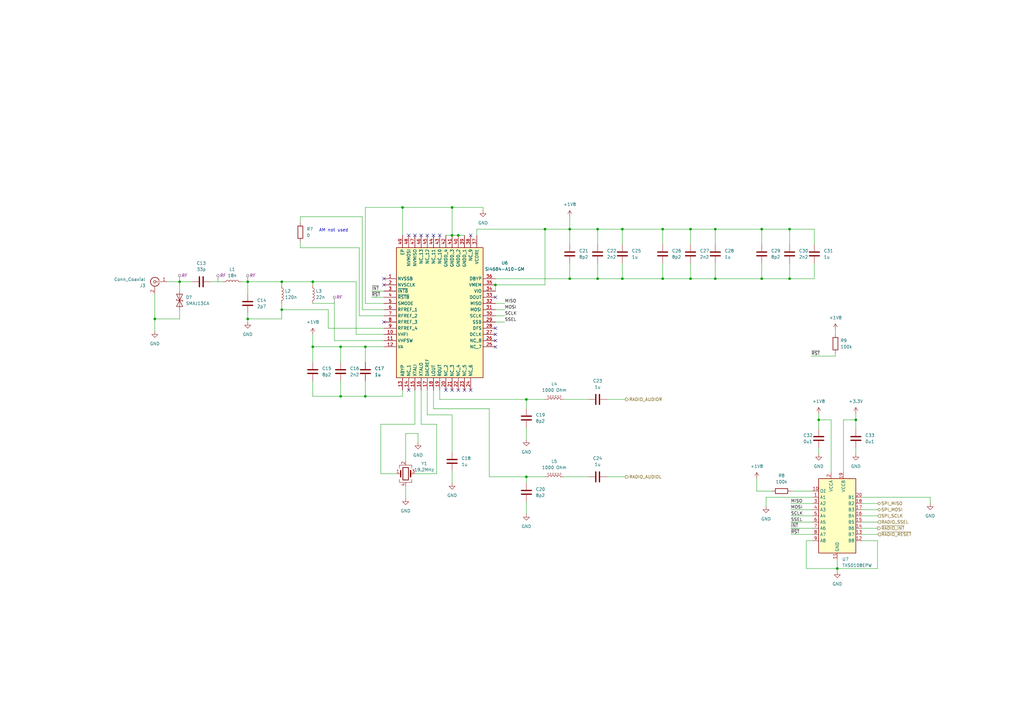
<source format=kicad_sch>
(kicad_sch (version 20230121) (generator eeschema)
  (paper "A3")
  (lib_symbols
    (symbol "Connector:Conn_Coaxial" (pin_names (offset 1.016) hide)
      (property "Reference" "J" (at 0.254 3.048 0))
      (property "Value" "Conn_Coaxial" (at 2.921 0 90))
      (symbol "Conn_Coaxial_0_1"
        (arc (start -1.778 -0.508) (mid 0.2311 -1.8066) (end 1.778 0) (stroke (width 0.254)))
        (polyline (pts (xy -2.54 0) (xy -0.508 0)))
        (polyline (pts (xy 0 -2.54) (xy 0 -1.778)))
        (circle (center 0 0) (radius 0.508) (stroke (width 0.2032)))
        (arc (start 1.778 0) (mid 0.2099 1.8101) (end -1.778 0.508) (stroke (width 0.254)))
      )
      (symbol "Conn_Coaxial_1_1"
        (pin passive line (at -5.08 0 0) (length 2.54) (name "In") (number "1"))
        (pin passive line (at 0 -5.08 90) (length 2.54) (name "Ext") (number "2"))
      )
    )
    (symbol "Device:C" (pin_numbers hide) (pin_names (offset 0.254))
      (property "Reference" "C" (at 0.635 2.54 0))
      (property "Value" "C" (at 0.635 -2.54 0))
      (symbol "C_0_1"
        (polyline (pts (xy -2.032 -0.762) (xy 2.032 -0.762)) (stroke (width 0.508)))
        (polyline (pts (xy -2.032 0.762) (xy 2.032 0.762)) (stroke (width 0.508)))
      )
      (symbol "C_1_1"
        (pin passive line (at 0 3.81 270) (length 2.794) (name "~") (number "1"))
        (pin passive line (at 0 -3.81 90) (length 2.794) (name "~") (number "2"))
      )
    )
    (symbol "Device:Crystal_GND24" (pin_names (offset 1.016) hide)
      (property "Reference" "Y" (at 3.175 5.08 0))
      (property "Value" "Crystal_GND24" (at 3.175 3.175 0))
      (symbol "Crystal_GND24_0_1"
        (rectangle (start -1.143 2.54) (end 1.143 -2.54) (stroke (width 0.3048)))
        (polyline (pts (xy -2.54 0) (xy -2.032 0)))
        (polyline (pts (xy -2.032 -1.27) (xy -2.032 1.27)) (stroke (width 0.508)))
        (polyline (pts (xy 0 -3.81) (xy 0 -3.556)))
        (polyline (pts (xy 0 3.556) (xy 0 3.81)))
        (polyline (pts (xy 2.032 -1.27) (xy 2.032 1.27)) (stroke (width 0.508)))
        (polyline (pts (xy 2.032 0) (xy 2.54 0)))
        (polyline (pts (xy -2.54 -2.286) (xy -2.54 -3.556) (xy 2.54 -3.556) (xy 2.54 -2.286)))
        (polyline (pts (xy -2.54 2.286) (xy -2.54 3.556) (xy 2.54 3.556) (xy 2.54 2.286)))
      )
      (symbol "Crystal_GND24_1_1"
        (pin passive line (at -3.81 0 0) (length 1.27) (name "1") (number "1"))
        (pin passive line (at 0 5.08 270) (length 1.27) (name "2") (number "2"))
        (pin passive line (at 3.81 0 180) (length 1.27) (name "3") (number "3"))
        (pin passive line (at 0 -5.08 90) (length 1.27) (name "4") (number "4"))
      )
    )
    (symbol "Device:L" (pin_numbers hide) (pin_names (offset 1.016) hide)
      (property "Reference" "L" (at -1.27 0 90))
      (property "Value" "L" (at 1.905 0 90))
      (symbol "L_0_1"
        (arc (start 0 -2.54) (mid 0.6323 -1.905) (end 0 -1.27))
        (arc (start 0 -1.27) (mid 0.6323 -0.635) (end 0 0))
        (arc (start 0 0) (mid 0.6323 0.635) (end 0 1.27))
        (arc (start 0 1.27) (mid 0.6323 1.905) (end 0 2.54))
      )
      (symbol "L_1_1"
        (pin passive line (at 0 3.81 270) (length 1.27) (name "1") (number "1"))
        (pin passive line (at 0 -3.81 90) (length 1.27) (name "2") (number "2"))
      )
    )
    (symbol "Device:L_Ferrite" (pin_numbers hide) (pin_names (offset 1.016) hide)
      (property "Reference" "L" (at -1.27 0 90))
      (property "Value" "L_Ferrite" (at 2.794 0 90))
      (symbol "L_Ferrite_0_1"
        (arc (start 0 -2.54) (mid 0.6323 -1.905) (end 0 -1.27))
        (arc (start 0 -1.27) (mid 0.6323 -0.635) (end 0 0))
        (polyline (pts (xy 1.016 -2.794) (xy 1.016 -2.286)))
        (polyline (pts (xy 1.016 -1.778) (xy 1.016 -1.27)))
        (polyline (pts (xy 1.016 -0.762) (xy 1.016 -0.254)))
        (polyline (pts (xy 1.016 0.254) (xy 1.016 0.762)))
        (polyline (pts (xy 1.016 1.27) (xy 1.016 1.778)))
        (polyline (pts (xy 1.016 2.286) (xy 1.016 2.794)))
        (polyline (pts (xy 1.524 -2.286) (xy 1.524 -2.794)))
        (polyline (pts (xy 1.524 -1.27) (xy 1.524 -1.778)))
        (polyline (pts (xy 1.524 -0.254) (xy 1.524 -0.762)))
        (polyline (pts (xy 1.524 0.762) (xy 1.524 0.254)))
        (polyline (pts (xy 1.524 1.778) (xy 1.524 1.27)))
        (polyline (pts (xy 1.524 2.794) (xy 1.524 2.286)))
        (arc (start 0 0) (mid 0.6323 0.635) (end 0 1.27))
        (arc (start 0 1.27) (mid 0.6323 1.905) (end 0 2.54))
      )
      (symbol "L_Ferrite_1_1"
        (pin passive line (at 0 3.81 270) (length 1.27) (name "1") (number "1"))
        (pin passive line (at 0 -3.81 90) (length 1.27) (name "2") (number "2"))
      )
    )
    (symbol "Device:R" (pin_numbers hide) (pin_names (offset 0))
      (property "Reference" "R" (at 2.032 0 90))
      (property "Value" "R" (at 0 0 90))
      (symbol "R_0_1"
        (rectangle (start -1.016 -2.54) (end 1.016 2.54) (stroke (width 0.254)))
      )
      (symbol "R_1_1"
        (pin passive line (at 0 3.81 270) (length 1.27) (name "~") (number "1"))
        (pin passive line (at 0 -3.81 90) (length 1.27) (name "~") (number "2"))
      )
    )
    (symbol "Diode:SMAJ13CA" (pin_numbers hide) (pin_names (offset 1.016) hide)
      (property "Reference" "D" (at 0 2.54 0))
      (property "Value" "SMAJ13CA" (at 0 -2.54 0))
      (symbol "SMAJ13CA_0_1"
        (polyline (pts (xy 1.27 0) (xy -1.27 0)))
        (polyline (pts (xy -2.54 -1.27) (xy 0 0) (xy -2.54 1.27) (xy -2.54 -1.27)) (stroke (width 0.2032)))
        (polyline (pts (xy 0.508 1.27) (xy 0 1.27) (xy 0 -1.27) (xy -0.508 -1.27)) (stroke (width 0.2032)))
        (polyline (pts (xy 2.54 1.27) (xy 2.54 -1.27) (xy 0 0) (xy 2.54 1.27)) (stroke (width 0.2032)))
      )
      (symbol "SMAJ13CA_1_1"
        (pin passive line (at -3.81 0 0) (length 2.54) (name "A1") (number "1"))
        (pin passive line (at 3.81 0 180) (length 2.54) (name "A2") (number "2"))
      )
    )
    (symbol "Logic_LevelTranslator:TXS0108EPW"
      (property "Reference" "U" (at -6.35 16.51 0))
      (property "Value" "TXS0108EPW" (at 3.81 16.51 0))
      (symbol "TXS0108EPW_0_1"
        (rectangle (start -7.62 15.24) (end 7.62 -15.24) (stroke (width 0.254)) (fill (type background)))
      )
      (symbol "TXS0108EPW_1_1"
        (pin bidirectional line (at -10.16 7.62 0) (length 2.54) (name "A1") (number "1"))
        (pin input line (at -10.16 10.16 0) (length 2.54) (name "OE") (number "10"))
        (pin power_in line (at 0 -17.78 90) (length 2.54) (name "GND") (number "11"))
        (pin bidirectional line (at 10.16 -10.16 180) (length 2.54) (name "B8") (number "12"))
        (pin bidirectional line (at 10.16 -7.62 180) (length 2.54) (name "B7") (number "13"))
        (pin bidirectional line (at 10.16 -5.08 180) (length 2.54) (name "B6") (number "14"))
        (pin bidirectional line (at 10.16 -2.54 180) (length 2.54) (name "B5") (number "15"))
        (pin bidirectional line (at 10.16 0 180) (length 2.54) (name "B4") (number "16"))
        (pin bidirectional line (at 10.16 2.54 180) (length 2.54) (name "B3") (number "17"))
        (pin bidirectional line (at 10.16 5.08 180) (length 2.54) (name "B2") (number "18"))
        (pin power_in line (at 2.54 17.78 270) (length 2.54) (name "VCCB") (number "19"))
        (pin power_in line (at -2.54 17.78 270) (length 2.54) (name "VCCA") (number "2"))
        (pin bidirectional line (at 10.16 7.62 180) (length 2.54) (name "B1") (number "20"))
        (pin bidirectional line (at -10.16 5.08 0) (length 2.54) (name "A2") (number "3"))
        (pin bidirectional line (at -10.16 2.54 0) (length 2.54) (name "A3") (number "4"))
        (pin bidirectional line (at -10.16 0 0) (length 2.54) (name "A4") (number "5"))
        (pin bidirectional line (at -10.16 -2.54 0) (length 2.54) (name "A5") (number "6"))
        (pin bidirectional line (at -10.16 -5.08 0) (length 2.54) (name "A6") (number "7"))
        (pin bidirectional line (at -10.16 -7.62 0) (length 2.54) (name "A7") (number "8"))
        (pin bidirectional line (at -10.16 -10.16 0) (length 2.54) (name "A8") (number "9"))
      )
    )
    (symbol "SI4684-A10-GM_1"
      (property "Reference" "U" (at 41.91 17.78 0))
      (property "Value" "SI4684-A10-GM" (at 41.91 15.24 0))
      (symbol "SI4684-A10-GM_1_1_1"
        (rectangle (start 5.08 12.7) (end 40.64 -40.64) (stroke (width 0.254)) (fill (type background)))
        (pin passive line (at 0 0 0) (length 5.08) (name "NVSSB") (number "1"))
        (pin passive line (at 0 -22.86 0) (length 5.08) (name "VHFI") (number "10"))
        (pin passive line (at 0 -25.4 0) (length 5.08) (name "VHFSW") (number "11"))
        (pin passive line (at 0 -27.94 0) (length 5.08) (name "VA") (number "12"))
        (pin passive line (at 7.62 -45.72 90) (length 5.08) (name "ABYP") (number "13"))
        (pin passive line (at 10.16 -45.72 90) (length 5.08) (name "NC_1") (number "14"))
        (pin passive line (at 12.7 -45.72 90) (length 5.08) (name "XTALI") (number "15"))
        (pin passive line (at 15.24 -45.72 90) (length 5.08) (name "XTALO") (number "16"))
        (pin passive line (at 17.78 -45.72 90) (length 5.08) (name "DACREF") (number "17"))
        (pin passive line (at 20.32 -45.72 90) (length 5.08) (name "LOUT") (number "18"))
        (pin passive line (at 22.86 -45.72 90) (length 5.08) (name "ROUT") (number "19"))
        (pin passive line (at 0 -2.54 0) (length 5.08) (name "NVSCLK") (number "2"))
        (pin passive line (at 25.4 -45.72 90) (length 5.08) (name "NC_2") (number "20"))
        (pin passive line (at 27.94 -45.72 90) (length 5.08) (name "NC_3") (number "21"))
        (pin passive line (at 30.48 -45.72 90) (length 5.08) (name "NC_4") (number "22"))
        (pin passive line (at 33.02 -45.72 90) (length 5.08) (name "NC_5") (number "23"))
        (pin passive line (at 35.56 -45.72 90) (length 5.08) (name "NC_6") (number "24"))
        (pin passive line (at 45.72 -27.94 180) (length 5.08) (name "NC_7") (number "25"))
        (pin passive line (at 45.72 -25.4 180) (length 5.08) (name "NC_8") (number "26"))
        (pin passive line (at 45.72 -22.86 180) (length 5.08) (name "DCLK") (number "27"))
        (pin passive line (at 45.72 -20.32 180) (length 5.08) (name "DFS") (number "28"))
        (pin passive line (at 45.72 -17.78 180) (length 5.08) (name "SSB") (number "29"))
        (pin passive line (at 0 -5.08 0) (length 5.08) (name "~{INTB}") (number "3"))
        (pin passive line (at 45.72 -15.24 180) (length 5.08) (name "SCLK") (number "30"))
        (pin passive line (at 45.72 -12.7 180) (length 5.08) (name "MOSI") (number "31"))
        (pin passive line (at 45.72 -10.16 180) (length 5.08) (name "MISO") (number "32"))
        (pin passive line (at 45.72 -7.62 180) (length 5.08) (name "DOUT") (number "33"))
        (pin passive line (at 45.72 -5.08 180) (length 5.08) (name "VIO") (number "34"))
        (pin passive line (at 45.72 -2.54 180) (length 5.08) (name "VMEM") (number "35"))
        (pin passive line (at 45.72 0 180) (length 5.08) (name "DBYP") (number "36"))
        (pin passive line (at 38.1 17.78 270) (length 5.08) (name "VCORE") (number "37"))
        (pin passive line (at 35.56 17.78 270) (length 5.08) (name "NC_9") (number "38"))
        (pin passive line (at 33.02 17.78 270) (length 5.08) (name "GNDD_1") (number "39"))
        (pin passive line (at 0 -7.62 0) (length 5.08) (name "~{RSTB}") (number "4"))
        (pin passive line (at 30.48 17.78 270) (length 5.08) (name "GNDD_2") (number "40"))
        (pin passive line (at 27.94 17.78 270) (length 5.08) (name "GNDD_3") (number "41"))
        (pin passive line (at 25.4 17.78 270) (length 5.08) (name "GNDD_4") (number "42"))
        (pin passive line (at 22.86 17.78 270) (length 5.08) (name "NC_10") (number "43"))
        (pin passive line (at 20.32 17.78 270) (length 5.08) (name "NC_11") (number "44"))
        (pin passive line (at 17.78 17.78 270) (length 5.08) (name "NC_12") (number "45"))
        (pin passive line (at 15.24 17.78 270) (length 5.08) (name "NC_13") (number "46"))
        (pin passive line (at 12.7 17.78 270) (length 5.08) (name "NVMISO") (number "47"))
        (pin passive line (at 10.16 17.78 270) (length 5.08) (name "NVMOSI") (number "48"))
        (pin passive line (at 7.62 17.78 270) (length 5.08) (name "EP") (number "49"))
        (pin passive line (at 0 -10.16 0) (length 5.08) (name "SMODE") (number "5"))
        (pin passive line (at 0 -12.7 0) (length 5.08) (name "RFREF_1") (number "6"))
        (pin passive line (at 0 -15.24 0) (length 5.08) (name "RFREF_2") (number "7"))
        (pin passive line (at 0 -17.78 0) (length 5.08) (name "RFREF_3") (number "8"))
        (pin passive line (at 0 -20.32 0) (length 5.08) (name "RFREF_4") (number "9"))
      )
    )
    (symbol "power:+1V8" (power) (pin_names (offset 0))
      (property "Value" "+1V8" (at 0 3.556 0))
      (symbol "+1V8_0_1"
        (polyline (pts (xy -0.762 1.27) (xy 0 2.54)))
        (polyline (pts (xy 0 0) (xy 0 2.54)))
        (polyline (pts (xy 0 2.54) (xy 0.762 1.27)))
      )
      (symbol "+1V8_1_1"
        (pin power_in line (at 0 0 90) (length 0) hide (name "+1V8") (number "1"))
      )
    )
    (symbol "power:+3.3V" (power) (pin_names (offset 0))
      (property "Value" "+3.3V" (at 0 3.556 0))
      (symbol "+3.3V_0_1"
        (polyline (pts (xy -0.762 1.27) (xy 0 2.54)))
        (polyline (pts (xy 0 0) (xy 0 2.54)))
        (polyline (pts (xy 0 2.54) (xy 0.762 1.27)))
      )
      (symbol "+3.3V_1_1"
        (pin power_in line (at 0 0 90) (length 0) hide (name "+3.3V") (number "1"))
      )
    )
    (symbol "power:GND" (power) (pin_names (offset 0))
      (property "Value" "GND" (at 0 -3.81 0))
      (symbol "GND_0_1"
        (polyline (pts (xy 0 0) (xy 0 -1.27) (xy 1.27 -1.27) (xy 0 -2.54) (xy -1.27 -1.27) (xy 0 -1.27)))
      )
      (symbol "GND_1_1"
        (pin power_in line (at 0 0 270) (length 0) hide (name "GND") (number "1"))
      )
    )
  )
  (junction (at 335.788 172.212))
  (junction (at 223.52 93.98))
  (junction (at 312.42 114.3))
  (junction (at 255.27 114.3))
  (junction (at 115.57 127))
  (junction (at 149.86 162.56))
  (junction (at 233.68 114.3))
  (junction (at 128.27 115.57))
  (junction (at 215.9 163.83))
  (junction (at 165.1 85.09))
  (junction (at 312.42 93.98))
  (junction (at 139.7 162.56))
  (junction (at 101.6 115.57))
  (junction (at 187.96 96.52))
  (junction (at 283.21 114.3))
  (junction (at 245.11 93.98))
  (junction (at 185.42 96.52))
  (junction (at 343.408 233.172))
  (junction (at 323.85 93.98))
  (junction (at 293.37 93.98))
  (junction (at 233.68 93.98))
  (junction (at 101.6 130.81))
  (junction (at 73.66 115.57))
  (junction (at 115.57 115.57))
  (junction (at 283.21 93.98))
  (junction (at 271.78 93.98))
  (junction (at 293.37 114.3))
  (junction (at 215.9 195.58))
  (junction (at 351.028 172.212))
  (junction (at 139.7 142.24))
  (junction (at 323.85 114.3))
  (junction (at 63.5 130.81))
  (junction (at 149.86 142.24))
  (junction (at 271.78 114.3))
  (junction (at 245.11 114.3))
  (junction (at 255.27 93.98))
  (junction (at 185.42 85.09))
  (junction (at 203.2 116.84))
  (junction (at 128.27 142.24))
  (no_connect (at 172.72 96.52))
  (no_connect (at 157.48 132.08))
  (no_connect (at 203.2 139.7))
  (no_connect (at 193.04 96.52))
  (no_connect (at 182.88 160.02))
  (no_connect (at 203.2 137.16))
  (no_connect (at 185.42 160.02))
  (no_connect (at 203.2 134.62))
  (no_connect (at 203.2 121.92))
  (no_connect (at 167.64 160.02))
  (no_connect (at 170.18 96.52))
  (no_connect (at 167.64 96.52))
  (no_connect (at 187.96 160.02))
  (no_connect (at 157.48 116.84))
  (no_connect (at 175.26 96.52))
  (no_connect (at 180.34 96.52))
  (no_connect (at 190.5 160.02))
  (no_connect (at 203.2 142.24))
  (no_connect (at 157.48 114.3))
  (no_connect (at 177.8 96.52))
  (no_connect (at 193.04 160.02))
  (wire (pts (xy 351.028 169.672) (xy 351.028 172.212)))
  (wire (pts (xy 68.58 115.57) (xy 73.66 115.57)))
  (wire (pts (xy 185.42 96.52) (xy 187.96 96.52)))
  (wire (pts (xy 353.568 214.122) (xy 359.918 214.122)))
  (wire (pts (xy 115.57 116.84) (xy 115.57 115.57)))
  (wire (pts (xy 200.66 195.58) (xy 215.9 195.58)))
  (wire (pts (xy 351.028 183.642) (xy 351.028 186.182)))
  (wire (pts (xy 215.9 205.74) (xy 215.9 210.82)))
  (wire (pts (xy 86.36 115.57) (xy 91.44 115.57)))
  (wire (pts (xy 343.408 233.172) (xy 343.408 234.442)))
  (wire (pts (xy 293.37 93.98) (xy 283.21 93.98)))
  (wire (pts (xy 293.37 93.98) (xy 293.37 100.33)))
  (wire (pts (xy 359.918 233.172) (xy 343.408 233.172)))
  (wire (pts (xy 172.72 173.99) (xy 179.07 173.99)))
  (wire (pts (xy 312.42 93.98) (xy 293.37 93.98)))
  (wire (pts (xy 198.12 85.09) (xy 185.42 85.09)))
  (wire (pts (xy 179.07 173.99) (xy 179.07 194.31)))
  (wire (pts (xy 340.868 193.802) (xy 340.868 172.212)))
  (wire (pts (xy 175.26 160.02) (xy 175.26 170.18)))
  (wire (pts (xy 63.5 130.81) (xy 73.66 130.81)))
  (wire (pts (xy 185.42 193.04) (xy 185.42 198.12)))
  (wire (pts (xy 203.2 129.54) (xy 207.01 129.54)))
  (wire (pts (xy 185.42 85.09) (xy 185.42 96.52)))
  (wire (pts (xy 146.05 137.16) (xy 146.05 115.57)))
  (wire (pts (xy 166.37 189.23) (xy 166.37 177.8)))
  (wire (pts (xy 137.16 124.46) (xy 137.16 139.7)))
  (wire (pts (xy 342.646 135.382) (xy 342.646 137.16)))
  (wire (pts (xy 73.66 115.57) (xy 78.74 115.57)))
  (wire (pts (xy 215.9 163.83) (xy 223.52 163.83)))
  (wire (pts (xy 245.11 93.98) (xy 233.68 93.98)))
  (wire (pts (xy 233.68 93.98) (xy 233.68 100.33)))
  (wire (pts (xy 215.9 175.26) (xy 215.9 180.34)))
  (wire (pts (xy 245.11 114.3) (xy 233.68 114.3)))
  (wire (pts (xy 324.358 219.202) (xy 333.248 219.202)))
  (wire (pts (xy 248.92 163.83) (xy 256.54 163.83)))
  (wire (pts (xy 353.568 216.662) (xy 359.918 216.662)))
  (wire (pts (xy 147.32 129.54) (xy 157.48 129.54)))
  (wire (pts (xy 149.86 142.24) (xy 149.86 148.59)))
  (wire (pts (xy 340.868 172.212) (xy 335.788 172.212)))
  (wire (pts (xy 148.59 88.9) (xy 123.19 88.9)))
  (wire (pts (xy 149.86 85.09) (xy 165.1 85.09)))
  (wire (pts (xy 312.42 93.98) (xy 312.42 100.33)))
  (wire (pts (xy 323.85 114.3) (xy 312.42 114.3)))
  (wire (pts (xy 203.2 116.84) (xy 203.2 119.38)))
  (wire (pts (xy 323.85 107.95) (xy 323.85 114.3)))
  (wire (pts (xy 324.358 206.502) (xy 333.248 206.502)))
  (wire (pts (xy 245.11 93.98) (xy 245.11 100.33)))
  (wire (pts (xy 149.86 142.24) (xy 139.7 142.24)))
  (wire (pts (xy 223.52 195.58) (xy 215.9 195.58)))
  (wire (pts (xy 333.248 221.742) (xy 330.708 221.742)))
  (wire (pts (xy 179.07 194.31) (xy 170.18 194.31)))
  (wire (pts (xy 128.27 162.56) (xy 128.27 156.21)))
  (wire (pts (xy 149.86 124.46) (xy 157.48 124.46)))
  (wire (pts (xy 200.66 167.64) (xy 200.66 195.58)))
  (wire (pts (xy 283.21 93.98) (xy 283.21 100.33)))
  (wire (pts (xy 156.21 173.99) (xy 170.18 173.99)))
  (wire (pts (xy 324.358 211.582) (xy 333.248 211.582)))
  (wire (pts (xy 165.1 160.02) (xy 165.1 162.56)))
  (wire (pts (xy 203.2 132.08) (xy 207.01 132.08)))
  (wire (pts (xy 149.86 156.21) (xy 149.86 162.56)))
  (wire (pts (xy 271.78 107.95) (xy 271.78 114.3)))
  (wire (pts (xy 330.708 233.172) (xy 343.408 233.172)))
  (wire (pts (xy 334.01 107.95) (xy 334.01 114.3)))
  (wire (pts (xy 185.42 85.09) (xy 165.1 85.09)))
  (wire (pts (xy 187.96 96.52) (xy 190.5 96.52)))
  (wire (pts (xy 353.568 219.202) (xy 359.918 219.202)))
  (wire (pts (xy 180.34 163.83) (xy 215.9 163.83)))
  (wire (pts (xy 101.6 128.27) (xy 101.6 130.81)))
  (wire (pts (xy 195.58 93.98) (xy 223.52 93.98)))
  (wire (pts (xy 123.19 88.9) (xy 123.19 91.44)))
  (wire (pts (xy 180.34 160.02) (xy 180.34 163.83)))
  (wire (pts (xy 162.56 194.31) (xy 156.21 194.31)))
  (wire (pts (xy 233.68 114.3) (xy 233.68 107.95)))
  (wire (pts (xy 182.88 96.52) (xy 185.42 96.52)))
  (wire (pts (xy 324.358 214.122) (xy 333.248 214.122)))
  (wire (pts (xy 334.01 93.98) (xy 323.85 93.98)))
  (wire (pts (xy 223.52 93.98) (xy 233.68 93.98)))
  (wire (pts (xy 166.37 199.39) (xy 166.37 204.47)))
  (wire (pts (xy 134.62 127) (xy 115.57 127)))
  (wire (pts (xy 152.4 119.38) (xy 157.48 119.38)))
  (wire (pts (xy 314.198 203.962) (xy 333.248 203.962)))
  (wire (pts (xy 128.27 124.46) (xy 137.16 124.46)))
  (wire (pts (xy 203.2 124.46) (xy 207.01 124.46)))
  (wire (pts (xy 152.4 121.92) (xy 157.48 121.92)))
  (wire (pts (xy 157.48 137.16) (xy 146.05 137.16)))
  (wire (pts (xy 147.32 101.6) (xy 147.32 129.54)))
  (wire (pts (xy 203.2 116.84) (xy 223.52 116.84)))
  (wire (pts (xy 195.58 96.52) (xy 195.58 93.98)))
  (wire (pts (xy 345.948 193.802) (xy 345.948 172.212)))
  (wire (pts (xy 215.9 163.83) (xy 215.9 167.64)))
  (wire (pts (xy 359.918 221.742) (xy 359.918 233.172)))
  (wire (pts (xy 293.37 114.3) (xy 312.42 114.3)))
  (wire (pts (xy 353.568 209.042) (xy 359.918 209.042)))
  (wire (pts (xy 314.198 207.772) (xy 314.198 203.962)))
  (wire (pts (xy 255.27 93.98) (xy 255.27 100.33)))
  (wire (pts (xy 123.19 101.6) (xy 123.19 99.06)))
  (wire (pts (xy 310.388 196.342) (xy 310.388 201.422)))
  (wire (pts (xy 134.62 134.62) (xy 134.62 127)))
  (wire (pts (xy 332.74 146.05) (xy 342.646 146.05)))
  (wire (pts (xy 175.26 170.18) (xy 185.42 170.18)))
  (wire (pts (xy 231.14 195.58) (xy 241.3 195.58)))
  (wire (pts (xy 271.78 93.98) (xy 255.27 93.98)))
  (wire (pts (xy 245.11 107.95) (xy 245.11 114.3)))
  (wire (pts (xy 73.66 127) (xy 73.66 130.81)))
  (wire (pts (xy 271.78 93.98) (xy 271.78 100.33)))
  (wire (pts (xy 148.59 127) (xy 148.59 88.9)))
  (wire (pts (xy 73.66 115.57) (xy 73.66 119.38)))
  (wire (pts (xy 255.27 114.3) (xy 245.11 114.3)))
  (wire (pts (xy 353.568 221.742) (xy 359.918 221.742)))
  (wire (pts (xy 115.57 130.81) (xy 101.6 130.81)))
  (wire (pts (xy 128.27 116.84) (xy 128.27 115.57)))
  (wire (pts (xy 128.27 142.24) (xy 128.27 148.59)))
  (wire (pts (xy 324.358 209.042) (xy 333.248 209.042)))
  (wire (pts (xy 198.12 85.09) (xy 198.12 86.36)))
  (wire (pts (xy 231.14 163.83) (xy 241.3 163.83)))
  (wire (pts (xy 63.5 135.89) (xy 63.5 130.81)))
  (wire (pts (xy 353.568 206.502) (xy 359.918 206.502)))
  (wire (pts (xy 139.7 162.56) (xy 128.27 162.56)))
  (wire (pts (xy 223.52 116.84) (xy 223.52 93.98)))
  (wire (pts (xy 353.568 203.962) (xy 381.508 203.962)))
  (wire (pts (xy 171.45 177.8) (xy 171.45 181.61)))
  (wire (pts (xy 203.2 127) (xy 207.01 127)))
  (wire (pts (xy 351.028 172.212) (xy 351.028 176.022)))
  (wire (pts (xy 165.1 85.09) (xy 165.1 96.52)))
  (wire (pts (xy 330.708 221.742) (xy 330.708 233.172)))
  (wire (pts (xy 172.72 160.02) (xy 172.72 173.99)))
  (wire (pts (xy 101.6 120.65) (xy 101.6 115.57)))
  (wire (pts (xy 157.48 127) (xy 148.59 127)))
  (wire (pts (xy 185.42 170.18) (xy 185.42 185.42)))
  (wire (pts (xy 146.05 115.57) (xy 128.27 115.57)))
  (wire (pts (xy 139.7 156.21) (xy 139.7 162.56)))
  (wire (pts (xy 323.85 93.98) (xy 312.42 93.98)))
  (wire (pts (xy 115.57 127) (xy 115.57 130.81)))
  (wire (pts (xy 255.27 93.98) (xy 245.11 93.98)))
  (wire (pts (xy 255.27 107.95) (xy 255.27 114.3)))
  (wire (pts (xy 166.37 177.8) (xy 171.45 177.8)))
  (wire (pts (xy 323.85 93.98) (xy 323.85 100.33)))
  (wire (pts (xy 353.568 211.582) (xy 359.918 211.582)))
  (wire (pts (xy 324.358 216.662) (xy 333.248 216.662)))
  (wire (pts (xy 177.8 167.64) (xy 200.66 167.64)))
  (wire (pts (xy 149.86 142.24) (xy 157.48 142.24)))
  (wire (pts (xy 156.21 194.31) (xy 156.21 173.99)))
  (wire (pts (xy 137.16 139.7) (xy 157.48 139.7)))
  (wire (pts (xy 283.21 107.95) (xy 283.21 114.3)))
  (wire (pts (xy 248.92 195.58) (xy 256.54 195.58)))
  (wire (pts (xy 335.788 183.642) (xy 335.788 186.182)))
  (wire (pts (xy 335.788 172.212) (xy 335.788 176.022)))
  (wire (pts (xy 101.6 115.57) (xy 115.57 115.57)))
  (wire (pts (xy 215.9 195.58) (xy 215.9 198.12)))
  (wire (pts (xy 271.78 114.3) (xy 283.21 114.3)))
  (wire (pts (xy 233.68 93.98) (xy 233.68 88.9)))
  (wire (pts (xy 312.42 107.95) (xy 312.42 114.3)))
  (wire (pts (xy 149.86 162.56) (xy 139.7 162.56)))
  (wire (pts (xy 139.7 142.24) (xy 139.7 148.59)))
  (wire (pts (xy 149.86 124.46) (xy 149.86 85.09)))
  (wire (pts (xy 203.2 114.3) (xy 233.68 114.3)))
  (wire (pts (xy 310.388 201.422) (xy 316.738 201.422)))
  (wire (pts (xy 157.48 134.62) (xy 134.62 134.62)))
  (wire (pts (xy 324.358 201.422) (xy 333.248 201.422)))
  (wire (pts (xy 345.948 172.212) (xy 351.028 172.212)))
  (wire (pts (xy 334.01 100.33) (xy 334.01 93.98)))
  (wire (pts (xy 128.27 115.57) (xy 115.57 115.57)))
  (wire (pts (xy 139.7 142.24) (xy 128.27 142.24)))
  (wire (pts (xy 255.27 114.3) (xy 271.78 114.3)))
  (wire (pts (xy 63.5 120.65) (xy 63.5 130.81)))
  (wire (pts (xy 101.6 115.57) (xy 99.06 115.57)))
  (wire (pts (xy 342.646 144.78) (xy 342.646 146.05)))
  (wire (pts (xy 177.8 160.02) (xy 177.8 167.64)))
  (wire (pts (xy 283.21 93.98) (xy 271.78 93.98)))
  (wire (pts (xy 343.408 229.362) (xy 343.408 233.172)))
  (wire (pts (xy 293.37 107.95) (xy 293.37 114.3)))
  (wire (pts (xy 334.01 114.3) (xy 323.85 114.3)))
  (wire (pts (xy 101.6 130.81) (xy 101.6 132.08)))
  (wire (pts (xy 149.86 162.56) (xy 165.1 162.56)))
  (wire (pts (xy 283.21 114.3) (xy 293.37 114.3)))
  (wire (pts (xy 128.27 142.24) (xy 128.27 137.16)))
  (wire (pts (xy 123.19 101.6) (xy 147.32 101.6)))
  (wire (pts (xy 115.57 127) (xy 115.57 124.46)))
  (wire (pts (xy 381.508 203.962) (xy 381.508 206.502)))
  (wire (pts (xy 335.788 169.672) (xy 335.788 172.212)))
  (wire (pts (xy 170.18 173.99) (xy 170.18 160.02)))
  (text "AM not used" (at 130.81 95.25 0) (effects (font (size 1.27 1.27)) (justify left bottom)))
  (label "~{RST}" (at 324.358 219.202 0))
  (label "SCLK" (at 324.358 211.582 0))
  (label "MISO" (at 324.358 206.502 0))
  (label "MISO" (at 207.01 124.46 0))
  (label "~{RST}" (at 332.74 146.05 0))
  (label "~{RST}" (at 152.4 121.92 0))
  (label "MOSI" (at 324.358 209.042 0))
  (label "MOSI" (at 207.01 127 0))
  (label "SSEL" (at 324.358 214.122 0))
  (label "~{INT}" (at 324.358 216.662 0))
  (label "SCLK" (at 207.01 129.54 0))
  (label "SSEL" (at 207.01 132.08 0))
  (label "~{INT}" (at 152.4 119.38 0))
  (hierarchical_label "SPI_MISO" (shape bidirectional) (at 359.918 206.502 0))
  (hierarchical_label "SPI_SCLK" (shape input) (at 359.918 211.582 0))
  (hierarchical_label "RADIO_AUDIOL" (shape output) (at 256.54 195.58 0))
  (hierarchical_label "SPI_MOSI" (shape bidirectional) (at 359.918 209.042 0))
  (hierarchical_label "RADIO_AUDIOR" (shape output) (at 256.54 163.83 0))
  (hierarchical_label "~{RADIO_RESET}" (shape input) (at 359.918 219.202 0))
  (hierarchical_label "RADIO_SSEL" (shape input) (at 359.918 214.122 0))
  (hierarchical_label "~{RADIO_INT}" (shape output) (at 359.918 216.662 0))
  (netclass_flag "" (length 2.54) (shape round) (at 101.6 115.57 0) (property "Netclass" "RF" (at 102.2985 113.03 0) (effects (font italic) (justify left))))
  (netclass_flag "" (length 2.54) (shape round) (at 89.408 115.57 0) (property "Netclass" "RF" (at 90.1065 113.03 0) (effects (font italic) (justify left))))
  (netclass_flag "" (length 2.54) (shape round) (at 137.16 124.46 0) (property "Netclass" "RF" (at 137.8585 121.92 0) (effects (font italic) (justify left))))
  (netclass_flag "" (length 2.54) (shape round) (at 73.66 115.57 0) (property "Netclass" "RF" (at 74.3585 113.03 0) (effects (font italic) (justify left))))
  (symbol (lib_id "Device:R") (at 123.19 95.25 0) (unit 1)
    (property "Reference" "R7" (at 125.73 93.98 0) (effects (justify left)))
    (property "Value" "0" (at 125.73 96.52 0) (effects (justify left)))
    (property "Footprint" "Resistor_SMD:R_0402_1005Metric" (effects hide))
  )
  (symbol (lib_id "Device:R") (at 320.548 201.422 90) (unit 1)
    (property "Reference" "R8" (at 320.548 195.072 90))
    (property "Value" "100k" (at 320.548 197.612 90))
    (property "Footprint" "Resistor_SMD:R_0402_1005Metric" (effects hide))
  )
  (symbol (lib_id "power:GND") (at 335.788 186.182 0) (unit 1)
    (property "Reference" "#PWR034" (effects hide))
    (property "Value" "GND" (at 335.788 191.262 0))
  )
  (symbol (lib_id "power:GND") (at 185.42 198.12 0) (unit 1)
    (property "Reference" "#PWR026" (effects hide))
    (property "Value" "GND" (at 185.42 203.2 0))
  )
  (symbol (lib_id "Device:C") (at 255.27 104.14 0) (unit 1)
    (property "Reference" "C25" (at 259.08 102.87 0) (effects (justify left)))
    (property "Value" "1u" (at 259.08 105.41 0) (effects (justify left)))
    (property "Footprint" "Capacitor_SMD:C_0402_1005Metric" (effects hide))
  )
  (symbol (lib_id "power:GND") (at 343.408 234.442 0) (unit 1)
    (property "Reference" "#PWR037" (effects hide))
    (property "Value" "GND" (at 343.408 239.522 0))
  )
  (symbol (lib_id "Device:C") (at 215.9 171.45 0) (unit 1)
    (property "Reference" "C19" (at 219.71 170.18 0) (effects (justify left)))
    (property "Value" "8p2" (at 219.71 172.72 0) (effects (justify left)))
    (property "Footprint" "Capacitor_SMD:C_0402_1005Metric" (effects hide))
  )
  (symbol (lib_id "power:+1V8") (at 335.788 169.672 0) (unit 1)
    (property "Reference" "#PWR033" (effects hide))
    (property "Value" "+1V8" (at 335.788 164.592 0))
  )
  (symbol (lib_id "Device:C") (at 271.78 104.14 0) (unit 1)
    (property "Reference" "C26" (at 275.59 102.87 0) (effects (justify left)))
    (property "Value" "8p2" (at 275.59 105.41 0) (effects (justify left)))
    (property "Footprint" "Capacitor_SMD:C_0402_1005Metric" (effects hide))
  )
  (symbol (lib_id "Device:C") (at 323.85 104.14 0) (unit 1)
    (property "Reference" "C30" (at 327.66 102.87 0) (effects (justify left)))
    (property "Value" "2n2" (at 327.66 105.41 0) (effects (justify left)))
    (property "Footprint" "Capacitor_SMD:C_0402_1005Metric" (effects hide))
  )
  (symbol (lib_id "Device:Crystal_GND24") (at 166.37 194.31 0) (unit 1)
    (property "Reference" "Y1" (at 173.99 190.1191 0))
    (property "Value" "19.2MHz" (at 173.99 192.6591 0))
    (property "Footprint" "Crystal:Crystal_SMD_EuroQuartz_MT-4Pin_3.2x2.5mm" (effects hide))
  )
  (symbol (lib_id "power:GND") (at 314.198 207.772 0) (unit 1)
    (property "Reference" "#PWR032" (effects hide))
    (property "Value" "GND" (at 314.198 212.852 0))
  )
  (symbol (lib_id "Device:C") (at 139.7 152.4 0) (unit 1)
    (property "Reference" "C16" (at 143.51 151.13 0) (effects (justify left)))
    (property "Value" "2n2" (at 143.51 153.67 0) (effects (justify left)))
    (property "Footprint" "Capacitor_SMD:C_0402_1005Metric" (effects hide))
  )
  (symbol (lib_id "Device:C") (at 293.37 104.14 0) (unit 1)
    (property "Reference" "C28" (at 297.18 102.87 0) (effects (justify left)))
    (property "Value" "1u" (at 297.18 105.41 0) (effects (justify left)))
    (property "Footprint" "Capacitor_SMD:C_0402_1005Metric" (effects hide))
  )
  (symbol (lib_id "Device:L") (at 95.25 115.57 90) (unit 1)
    (property "Reference" "L1" (at 95.25 110.49 90))
    (property "Value" "18n" (at 95.25 113.03 90))
    (property "Footprint" "Inductor_SMD:L_0402_1005Metric" (effects hide))
  )
  (symbol (lib_id "Device:C") (at 245.11 104.14 0) (unit 1)
    (property "Reference" "C22" (at 248.92 102.87 0) (effects (justify left)))
    (property "Value" "2n2" (at 248.92 105.41 0) (effects (justify left)))
    (property "Footprint" "Capacitor_SMD:C_0402_1005Metric" (effects hide))
  )
  (symbol (lib_id "Device:L") (at 128.27 120.65 0) (unit 1)
    (property "Reference" "L3" (at 129.54 119.38 0) (effects (justify left)))
    (property "Value" "22n" (at 129.54 121.92 0) (effects (justify left)))
    (property "Footprint" "Inductor_SMD:L_0402_1005Metric" (effects hide))
  )
  (symbol (lib_id "Device:C") (at 101.6 124.46 0) (unit 1)
    (property "Reference" "C14" (at 105.41 123.19 0) (effects (justify left)))
    (property "Value" "2p7" (at 105.41 125.73 0) (effects (justify left)))
    (property "Footprint" "Capacitor_SMD:C_0402_1005Metric" (effects hide))
  )
  (symbol (lib_id "power:+3.3V") (at 351.028 169.672 0) (unit 1)
    (property "Reference" "#PWR038" (effects hide))
    (property "Value" "+3.3V" (at 351.028 164.592 0))
  )
  (symbol (lib_id "power:GND") (at 215.9 180.34 0) (unit 1)
    (property "Reference" "#PWR028" (effects hide))
    (property "Value" "GND" (at 215.9 185.42 0))
  )
  (symbol (lib_id "Device:C") (at 128.27 152.4 0) (unit 1)
    (property "Reference" "C15" (at 132.08 151.13 0) (effects (justify left)))
    (property "Value" "8p2" (at 132.08 153.67 0) (effects (justify left)))
    (property "Footprint" "Capacitor_SMD:C_0402_1005Metric" (effects hide))
  )
  (symbol (lib_id "Connector:Conn_Coaxial") (at 63.5 115.57 0) (mirror y) (unit 1)
    (property "Reference" "J3" (at 59.69 117.1332 0) (effects (justify left)))
    (property "Value" "Conn_Coaxial" (at 59.69 114.5932 0) (effects (justify left)))
    (property "Footprint" "Connector_Coaxial:SMA_Molex_73251-1153_EdgeMount_Horizontal" (effects hide))
    (property "Datasheet" " ~" (effects hide))
  )
  (symbol (lib_id "Device:C") (at 334.01 104.14 0) (unit 1)
    (property "Reference" "C31" (at 337.82 102.87 0) (effects (justify left)))
    (property "Value" "1u" (at 337.82 105.41 0) (effects (justify left)))
    (property "Footprint" "Capacitor_SMD:C_0402_1005Metric" (effects hide))
  )
  (symbol (lib_id "power:+1V8") (at 128.27 137.16 0) (unit 1)
    (property "Reference" "#PWR023" (effects hide))
    (property "Value" "+1V8" (at 128.27 132.08 0))
  )
  (symbol (lib_id "Device:L_Ferrite") (at 227.33 163.83 90) (unit 1)
    (property "Reference" "L4" (at 227.33 157.48 90))
    (property "Value" "1000 Ohm" (at 227.33 160.02 90))
    (property "Footprint" "Inductor_SMD:L_0402_1005Metric" (effects hide))
  )
  (symbol (lib_id "Device:C") (at 215.9 201.93 0) (unit 1)
    (property "Reference" "C20" (at 219.71 200.66 0) (effects (justify left)))
    (property "Value" "8p2" (at 219.71 203.2 0) (effects (justify left)))
    (property "Footprint" "Capacitor_SMD:C_0402_1005Metric" (effects hide))
  )
  (symbol (lib_id "power:GND") (at 198.12 86.36 0) (unit 1)
    (property "Reference" "#PWR027" (effects hide))
    (property "Value" "GND" (at 198.12 91.44 0))
  )
  (symbol (lib_id "power:GND") (at 171.45 181.61 0) (unit 1)
    (property "Reference" "#PWR025" (effects hide))
    (property "Value" "GND" (at 171.45 186.69 0))
  )
  (symbol (lib_id "power:GND") (at 166.37 204.47 0) (unit 1)
    (property "Reference" "#PWR024" (effects hide))
    (property "Value" "GND" (at 166.37 209.55 0))
  )
  (symbol (lib_id "power:GND") (at 381.508 206.502 0) (unit 1)
    (property "Reference" "#PWR040" (effects hide))
    (property "Value" "GND" (at 381.508 211.582 0))
  )
  (symbol (lib_id "power:GND") (at 351.028 186.182 0) (unit 1)
    (property "Reference" "#PWR039" (effects hide))
    (property "Value" "GND" (at 351.028 191.262 0))
  )
  (symbol (lib_name "SI4684-A10-GM_1") (lib_id "lib:SI4684-A10-GM") (at 157.48 114.3 0) (unit 1)
    (property "Reference" "U6" (at 207.01 107.8483 0))
    (property "Value" "SI4684-A10-GM" (at 207.01 110.3883 0))
    (property "Footprint" "Package_DFN_QFN:NXP_LQFN-48-1EP_7x7mm_P0.5mm_EP3.5x3.5mm_16xMask0.45x0.45" (effects hide))
    (property "Datasheet" "https://datasheetspdf.com/pdf-file/832047/SiliconLaboratories/Si4684-A10/1" (effects hide))
    (property "Height" "0.9" (effects hide))
    (property "Manufacturer_Name" "Silicon Labs" (effects hide))
    (property "Manufacturer_Part_Number" "SI4684-A10-GM" (effects hide))
    (property "Mouser Part Number" "634-SI4684-A10-GM" (effects hide))
    (property "Mouser Price/Stock" "https://www.mouser.co.uk/ProductDetail/Silicon-Labs/SI4684-A10-GM?qs=p9T7GgSe1IFl%2FK1mJ61MOg%3D%3D" (effects hide))
    (property "Arrow Part Number" "SI4684-A10-GM" (effects hide))
    (property "Arrow Price/Stock" "https://www.arrow.com/en/products/si4684-a10-gm/silicon-labs" (effects hide))
  )
  (symbol (lib_id "Device:C") (at 185.42 189.23 0) (unit 1)
    (property "Reference" "C18" (at 189.23 187.96 0) (effects (justify left)))
    (property "Value" "1u" (at 189.23 190.5 0) (effects (justify left)))
    (property "Footprint" "Capacitor_SMD:C_0402_1005Metric" (effects hide))
  )
  (symbol (lib_id "Device:L") (at 115.57 120.65 0) (unit 1)
    (property "Reference" "L2" (at 116.84 119.38 0) (effects (justify left)))
    (property "Value" "120n" (at 116.84 121.92 0) (effects (justify left)))
    (property "Footprint" "Inductor_SMD:L_0402_1005Metric" (effects hide))
  )
  (symbol (lib_id "Device:C") (at 233.68 104.14 0) (unit 1)
    (property "Reference" "C21" (at 237.49 102.87 0) (effects (justify left)))
    (property "Value" "8p2" (at 237.49 105.41 0) (effects (justify left)))
    (property "Footprint" "Capacitor_SMD:C_0402_1005Metric" (effects hide))
  )
  (symbol (lib_id "power:GND") (at 215.9 210.82 0) (unit 1)
    (property "Reference" "#PWR029" (effects hide))
    (property "Value" "GND" (at 215.9 215.9 0))
  )
  (symbol (lib_id "Diode:SMAJ13CA") (at 73.66 123.19 270) (unit 1)
    (property "Reference" "D?" (at 76.2 121.92 90) (effects (justify left)))
    (property "Value" "SMAJ13CA" (at 76.2 124.46 90) (effects (justify left)))
    (property "Footprint" "Diode_SMD:D_SMA" (effects hide))
    (property "Datasheet" "https://www.littelfuse.com/media?resourcetype=datasheets&itemid=75e32973-b177-4ee3-a0ff-cedaf1abdb93&filename=smaj-datasheet" (effects hide))
    (instances (project "dab-radio-alarm" (path "" (reference "D?") (unit 1)) (path "" (reference "D?") (unit 1)) (path "" (reference "D7") (unit 1))))
  )
  (symbol (lib_id "Device:R") (at 342.646 140.97 0) (unit 1)
    (property "Reference" "R9" (at 344.678 139.7 0) (effects (justify left)))
    (property "Value" "100k" (at 344.678 142.24 0) (effects (justify left)))
    (property "Footprint" "Resistor_SMD:R_0402_1005Metric" (effects hide))
  )
  (symbol (lib_id "Logic_LevelTranslator:TXS0108EPW") (at 343.408 211.582 0) (unit 1)
    (property "Reference" "U7" (at 345.3639 229.362 0) (effects (justify left)))
    (property "Value" "TXS0108EPW" (at 345.3639 231.902 0) (effects (justify left)))
    (property "Footprint" "Package_SO:TSSOP-20_4.4x6.5mm_P0.65mm" (effects hide))
    (property "Datasheet" "www.ti.com/lit/ds/symlink/txs0108e.pdf" (effects hide))
  )
  (symbol (lib_id "Device:C") (at 245.11 195.58 90) (unit 1)
    (property "Reference" "C24" (at 245.11 187.96 90))
    (property "Value" "1u" (at 245.11 190.5 90))
    (property "Footprint" "Capacitor_SMD:C_0402_1005Metric" (effects hide))
  )
  (symbol (lib_id "power:GND") (at 63.5 135.89 0) (unit 1)
    (property "Reference" "#PWR021" (effects hide))
    (property "Value" "GND" (at 63.5 140.97 0))
  )
  (symbol (lib_id "Device:C") (at 283.21 104.14 0) (unit 1)
    (property "Reference" "C27" (at 287.02 102.87 0) (effects (justify left)))
    (property "Value" "2n2" (at 287.02 105.41 0) (effects (justify left)))
    (property "Footprint" "Capacitor_SMD:C_0402_1005Metric" (effects hide))
  )
  (symbol (lib_id "Device:C") (at 312.42 104.14 0) (unit 1)
    (property "Reference" "C29" (at 316.23 102.87 0) (effects (justify left)))
    (property "Value" "8p2" (at 316.23 105.41 0) (effects (justify left)))
    (property "Footprint" "Capacitor_SMD:C_0402_1005Metric" (effects hide))
  )
  (symbol (lib_id "power:+1V8") (at 342.646 135.382 0) (unit 1)
    (property "Reference" "#PWR035" (effects hide))
    (property "Value" "+1V8" (at 342.646 130.302 0))
  )
  (symbol (lib_id "Device:L_Ferrite") (at 227.33 195.58 90) (unit 1)
    (property "Reference" "L5" (at 227.33 189.23 90))
    (property "Value" "1000 Ohm" (at 227.33 191.77 90))
    (property "Footprint" "Inductor_SMD:L_0402_1005Metric" (effects hide))
  )
  (symbol (lib_id "Device:C") (at 335.788 179.832 0) (unit 1)
    (property "Reference" "C32" (at 329.438 178.562 0) (effects (justify left)))
    (property "Value" "0u1" (at 329.438 181.102 0) (effects (justify left)))
    (property "Footprint" "Capacitor_SMD:C_0402_1005Metric" (effects hide))
  )
  (symbol (lib_id "Device:C") (at 149.86 152.4 0) (unit 1)
    (property "Reference" "C17" (at 153.67 151.13 0) (effects (justify left)))
    (property "Value" "1u" (at 153.67 153.67 0) (effects (justify left)))
    (property "Footprint" "Capacitor_SMD:C_0402_1005Metric" (effects hide))
  )
  (symbol (lib_id "Device:C") (at 351.028 179.832 0) (unit 1)
    (property "Reference" "C33" (at 354.838 178.562 0) (effects (justify left)))
    (property "Value" "0u1" (at 354.838 181.102 0) (effects (justify left)))
    (property "Footprint" "Capacitor_SMD:C_0402_1005Metric" (effects hide))
  )
  (symbol (lib_id "Device:C") (at 82.55 115.57 90) (unit 1)
    (property "Reference" "C13" (at 82.55 107.95 90))
    (property "Value" "33p" (at 82.55 110.49 90))
    (property "Footprint" "Capacitor_SMD:C_0402_1005Metric" (effects hide))
  )
  (symbol (lib_id "power:+1V8") (at 233.68 88.9 0) (unit 1)
    (property "Reference" "#PWR030" (effects hide))
    (property "Value" "+1V8" (at 233.68 83.82 0))
  )
  (symbol (lib_id "power:+1V8") (at 310.388 196.342 0) (unit 1)
    (property "Reference" "#PWR031" (effects hide))
    (property "Value" "+1V8" (at 310.388 191.262 0))
  )
  (symbol (lib_id "Device:C") (at 245.11 163.83 90) (unit 1)
    (property "Reference" "C23" (at 245.11 156.21 90))
    (property "Value" "1u" (at 245.11 158.75 90))
    (property "Footprint" "Capacitor_SMD:C_0402_1005Metric" (effects hide))
  )
  (symbol (lib_id "power:GND") (at 101.6 132.08 0) (unit 1)
    (property "Reference" "#PWR022" (effects hide))
    (property "Value" "GND" (at 101.6 137.16 0))
  )
)
</source>
